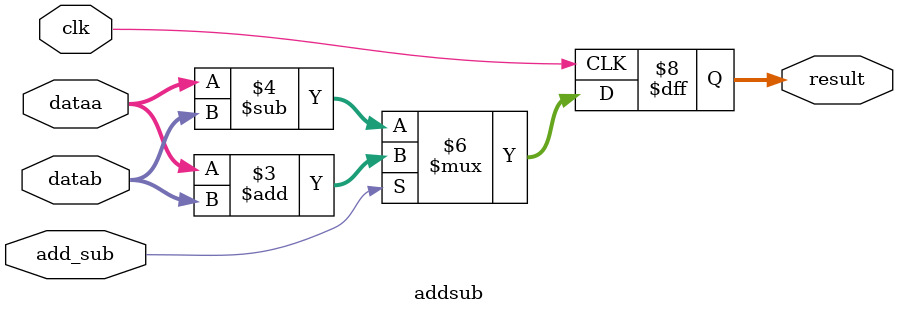
<source format=sv>
module addsub
(
	input [7:0] dataa,
	input [7:0] datab,
	input add_sub,	  // if this is 1, add; else subtract
	input clk,
	output reg [7:0] result
);
	
	reg [7:0] dataa_copy;
	reg [7:0] datab_copy;

	always @ (posedge clk) begin
		dataa_copy <= dataa;
		datab_copy <= datab;
	end

	always @ (posedge clk)
	begin
		if (add_sub) 
			result <= dataa + datab;			
		else
			result <= dataa - datab;
	end

	//p1: assert property (@(posedge clk) clk|->##1(~(-result)!=0));
endmodule

</source>
